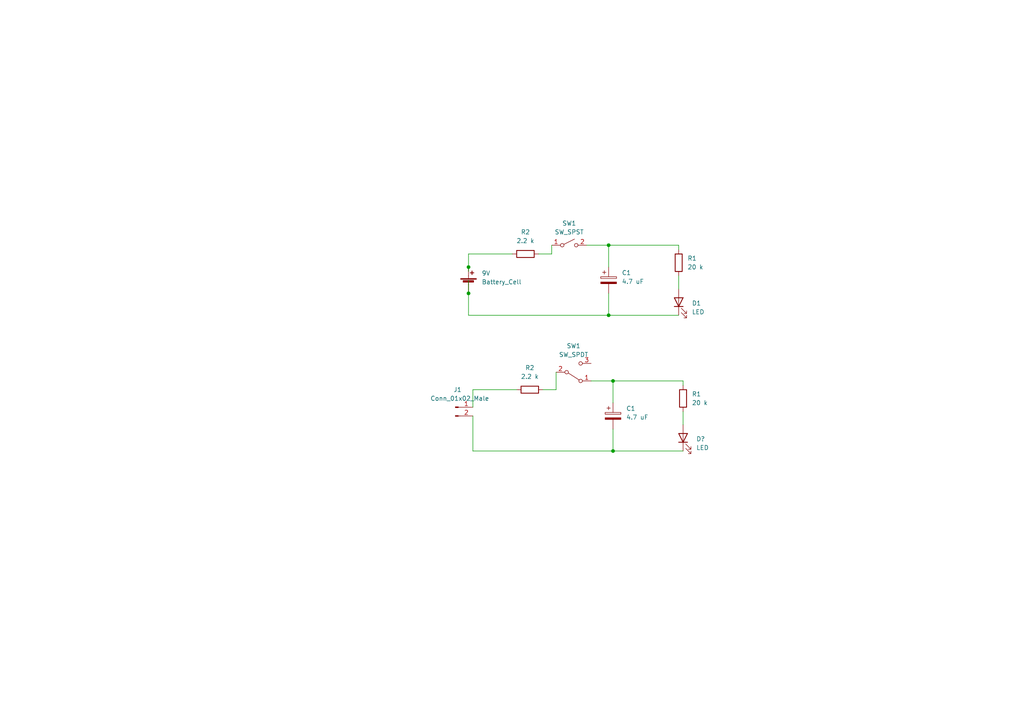
<source format=kicad_sch>
(kicad_sch (version 20211123) (generator eeschema)
  (paper "A4")
  (title_block (title "EXERCISE 1") (company "Brenton Mizell"))
  (lib_symbols
    (symbol "Connector:Conn_01x02_Male" (pin_names (offset 1.016) hide)
      (property "Reference" "J" (at 0 2.54 0))
      (property "Value" "Conn_01x02_Male" (at 0 -5.08 0))
      (symbol "Conn_01x02_Male_1_1"
        (polyline (pts (xy 1.27 -2.54) (xy 0.8636 -2.54)) (stroke (width 0.1524)))
        (polyline (pts (xy 1.27 0) (xy 0.8636 0)) (stroke (width 0.1524)))
        (rectangle (start 0.8636 -2.413) (end 0 -2.667) (stroke (width 0.1524)) (fill (type outline)))
        (rectangle (start 0.8636 0.127) (end 0 -0.127) (stroke (width 0.1524)) (fill (type outline)))
        (pin passive line (at 5.08 0 180) (length 3.81) (name "Pin_1") (number "1"))
        (pin passive line (at 5.08 -2.54 180) (length 3.81) (name "Pin_2") (number "2"))
      )
    )
    (symbol "Device:Battery_Cell" (pin_numbers hide) (pin_names (offset 0) hide)
      (property "Reference" "BT" (at 2.54 2.54 0))
      (property "Value" "Battery_Cell" (at 2.54 0 0))
      (symbol "Battery_Cell_0_1"
        (rectangle (start -2.286 1.778) (end 2.286 1.524) (fill (type outline)))
        (rectangle (start -1.5748 1.1938) (end 1.4732 0.6858) (fill (type outline)))
        (polyline (pts (xy 0 0.762) (xy 0 0)))
        (polyline (pts (xy 0 1.778) (xy 0 2.54)))
        (polyline (pts (xy 0.508 3.429) (xy 1.524 3.429)) (stroke (width 0.254)))
        (polyline (pts (xy 1.016 3.937) (xy 1.016 2.921)) (stroke (width 0.254)))
      )
      (symbol "Battery_Cell_1_1"
        (pin passive line (at 0 5.08 270) (length 2.54) (name "+") (number "1"))
        (pin passive line (at 0 -2.54 90) (length 2.54) (name "-") (number "2"))
      )
    )
    (symbol "Device:C_Polarized" (pin_numbers hide) (pin_names (offset 0.254))
      (property "Reference" "C" (at 0.635 2.54 0))
      (property "Value" "C_Polarized" (at 0.635 -2.54 0))
      (symbol "C_Polarized_0_1"
        (rectangle (start -2.286 0.508) (end 2.286 1.016))
        (polyline (pts (xy -1.778 2.286) (xy -0.762 2.286)))
        (polyline (pts (xy -1.27 2.794) (xy -1.27 1.778)))
        (rectangle (start 2.286 -0.508) (end -2.286 -1.016) (fill (type outline)))
      )
      (symbol "C_Polarized_1_1"
        (pin passive line (at 0 3.81 270) (length 2.794) (name "~") (number "1"))
        (pin passive line (at 0 -3.81 90) (length 2.794) (name "~") (number "2"))
      )
    )
    (symbol "Device:LED" (pin_numbers hide) (pin_names (offset 1.016) hide)
      (property "Reference" "D" (at 0 2.54 0))
      (property "Value" "LED" (at 0 -2.54 0))
      (symbol "LED_0_1"
        (polyline (pts (xy -1.27 -1.27) (xy -1.27 1.27)) (stroke (width 0.254)))
        (polyline (pts (xy -1.27 0) (xy 1.27 0)))
        (polyline (pts (xy 1.27 -1.27) (xy 1.27 1.27) (xy -1.27 0) (xy 1.27 -1.27)) (stroke (width 0.254)))
        (polyline (pts (xy -3.048 -0.762) (xy -4.572 -2.286) (xy -3.81 -2.286) (xy -4.572 -2.286) (xy -4.572 -1.524)))
        (polyline (pts (xy -1.778 -0.762) (xy -3.302 -2.286) (xy -2.54 -2.286) (xy -3.302 -2.286) (xy -3.302 -1.524)))
      )
      (symbol "LED_1_1"
        (pin passive line (at -3.81 0 0) (length 2.54) (name "K") (number "1"))
        (pin passive line (at 3.81 0 180) (length 2.54) (name "A") (number "2"))
      )
    )
    (symbol "Device:R" (pin_numbers hide) (pin_names (offset 0))
      (property "Reference" "R" (at 2.032 0 90))
      (property "Value" "R" (at 0 0 90))
      (symbol "R_0_1"
        (rectangle (start -1.016 -2.54) (end 1.016 2.54) (stroke (width 0.254)))
      )
      (symbol "R_1_1"
        (pin passive line (at 0 3.81 270) (length 1.27) (name "~") (number "1"))
        (pin passive line (at 0 -3.81 90) (length 1.27) (name "~") (number "2"))
      )
    )
    (symbol "Switch:SW_SPDT" (pin_names (offset 0) hide)
      (property "Reference" "SW" (at 0 4.318 0))
      (property "Value" "SW_SPDT" (at 0 -5.08 0))
      (symbol "SW_SPDT_0_0"
        (circle (center -2.032 0) (radius 0.508))
        (circle (center 2.032 -2.54) (radius 0.508))
      )
      (symbol "SW_SPDT_0_1"
        (polyline (pts (xy -1.524 0.254) (xy 1.651 2.286)))
        (circle (center 2.032 2.54) (radius 0.508))
      )
      (symbol "SW_SPDT_1_1"
        (pin passive line (at 5.08 2.54 180) (length 2.54) (name "A") (number "1"))
        (pin passive line (at -5.08 0 0) (length 2.54) (name "B") (number "2"))
        (pin passive line (at 5.08 -2.54 180) (length 2.54) (name "C") (number "3"))
      )
    )
    (symbol "Switch:SW_SPST" (pin_names (offset 0) hide)
      (property "Reference" "SW" (at 0 3.175 0))
      (property "Value" "SW_SPST" (at 0 -2.54 0))
      (symbol "SW_SPST_0_0"
        (circle (center -2.032 0) (radius 0.508))
        (polyline (pts (xy -1.524 0.254) (xy 1.524 1.778)))
        (circle (center 2.032 0) (radius 0.508))
      )
      (symbol "SW_SPST_1_1"
        (pin passive line (at -5.08 0 0) (length 2.54) (name "A") (number "1"))
        (pin passive line (at 5.08 0 180) (length 2.54) (name "B") (number "2"))
      )
    )
  )
  (junction (at 135.89 77.47))
  (junction (at 176.53 71.12))
  (junction (at 176.53 91.44))
  (junction (at 177.8 110.49))
  (junction (at 177.8 130.81))
  (junction (at 135.89 85.09))
  (wire (pts (xy 198.12 110.49) (xy 198.12 111.76)))
  (wire (pts (xy 161.29 107.95) (xy 161.29 113.03)))
  (wire (pts (xy 135.89 73.66) (xy 148.59 73.66)))
  (wire (pts (xy 156.21 73.66) (xy 160.02 73.66)))
  (wire (pts (xy 135.89 85.09) (xy 135.89 91.44)))
  (wire (pts (xy 196.85 80.01) (xy 196.85 83.82)))
  (wire (pts (xy 135.89 81.28) (xy 135.89 85.09)))
  (wire (pts (xy 137.16 120.65) (xy 137.16 130.81)))
  (wire (pts (xy 177.8 130.81) (xy 198.12 130.81)))
  (wire (pts (xy 137.16 113.03) (xy 137.16 118.11)))
  (wire (pts (xy 176.53 71.12) (xy 176.53 77.47)))
  (wire (pts (xy 157.48 113.03) (xy 161.29 113.03)))
  (wire (pts (xy 177.8 110.49) (xy 198.12 110.49)))
  (wire (pts (xy 137.16 113.03) (xy 149.86 113.03)))
  (wire (pts (xy 196.85 71.12) (xy 196.85 72.39)))
  (wire (pts (xy 198.12 119.38) (xy 198.12 123.19)))
  (wire (pts (xy 177.8 110.49) (xy 177.8 116.84)))
  (wire (pts (xy 135.89 77.47) (xy 135.89 78.74)))
  (wire (pts (xy 177.8 124.46) (xy 177.8 130.81)))
  (wire (pts (xy 137.16 130.81) (xy 177.8 130.81)))
  (wire (pts (xy 176.53 85.09) (xy 176.53 91.44)))
  (wire (pts (xy 135.89 73.66) (xy 135.89 77.47)))
  (wire (pts (xy 170.18 71.12) (xy 176.53 71.12)))
  (wire (pts (xy 176.53 71.12) (xy 196.85 71.12)))
  (wire (pts (xy 160.02 71.12) (xy 160.02 73.66)))
  (wire (pts (xy 176.53 91.44) (xy 196.85 91.44)))
  (wire (pts (xy 135.89 91.44) (xy 176.53 91.44)))
  (wire (pts (xy 171.45 110.49) (xy 177.8 110.49)))
  (symbol (lib_id "Device:LED") (at 196.85 87.63 90) (unit 1)
    (property "Reference" "D1" (at 200.66 87.9474 90) (effects (justify right)))
    (property "Value" "LED" (at 200.66 90.4874 90) (effects (justify right)))
  )
  (symbol (lib_id "Device:C_Polarized") (at 176.53 81.28 0) (unit 1)
    (property "Reference" "C1" (at 180.34 79.1209 0) (effects (justify left)))
    (property "Value" "4.7 uF" (at 180.34 81.6609 0) (effects (justify left)))
  )
  (symbol (lib_id "Device:R") (at 196.85 76.2 0) (unit 1)
    (property "Reference" "R1" (at 199.39 74.9299 0) (effects (justify left)))
    (property "Value" "20 k" (at 199.39 77.4699 0) (effects (justify left)))
  )
  (symbol (lib_id "Device:R") (at 153.67 113.03 270) (unit 1)
    (property "Reference" "R2" (at 153.67 106.68 90))
    (property "Value" "2.2 k" (at 153.67 109.22 90))
  )
  (symbol (lib_id "Device:R") (at 152.4 73.66 270) (unit 1)
    (property "Reference" "R2" (at 152.4 67.31 90))
    (property "Value" "2.2 k" (at 152.4 69.85 90))
  )
  (symbol (lib_id "Switch:SW_SPST") (at 165.1 71.12 0) (unit 1)
    (property "Reference" "SW1" (at 165.1 64.77 0))
    (property "Value" "SW_SPST" (at 165.1 67.31 0))
  )
  (symbol (lib_id "Switch:SW_SPDT") (at 166.37 107.95 0) (mirror x) (unit 1)
    (property "Reference" "SW1" (at 166.37 100.33 0))
    (property "Value" "SW_SPDT" (at 166.37 102.87 0))
  )
  (symbol (lib_id "Connector:Conn_01x02_Male") (at 132.08 118.11 0) (unit 1)
    (property "Reference" "J1" (at 132.715 113.03 0))
    (property "Value" "Conn_01x02_Male" (at 133.35 115.57 0))
  )
  (symbol (lib_id "Device:LED") (at 198.12 127 90) (unit 1)
    (property "Reference" "D?" (at 201.93 127.3174 90) (effects (justify right)))
    (property "Value" "LED" (at 201.93 129.8574 90) (effects (justify right)))
  )
  (symbol (lib_id "Device:R") (at 198.12 115.57 0) (unit 1)
    (property "Reference" "R1" (at 200.66 114.2999 0) (effects (justify left)))
    (property "Value" "20 k" (at 200.66 116.8399 0) (effects (justify left)))
  )
  (symbol (lib_id "Device:Battery_Cell") (at 135.89 82.55 0) (unit 1)
    (property "Reference" "9V" (at 139.7 79.2479 0) (effects (justify left)))
    (property "Value" "Battery_Cell" (at 139.7 81.7879 0) (effects (justify left)))
  )
  (symbol (lib_id "Device:C_Polarized") (at 177.8 120.65 0) (unit 1)
    (property "Reference" "C1" (at 181.61 118.4909 0) (effects (justify left)))
    (property "Value" "4.7 uF" (at 181.61 121.0309 0) (effects (justify left)))
  )
)
</source>
